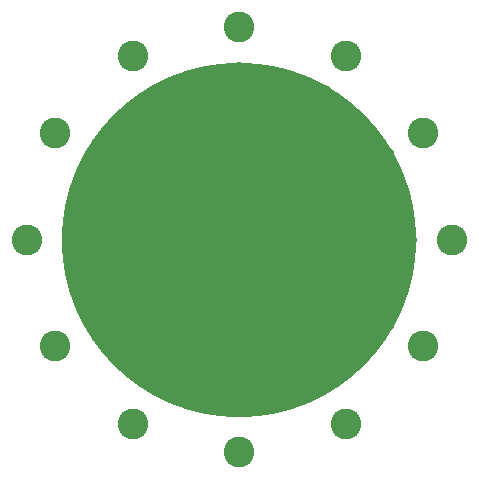
<source format=gbr>
G04 #@! TF.GenerationSoftware,KiCad,Pcbnew,(5.0-dev-4115-gdd04bcb)*
G04 #@! TF.CreationDate,2018-03-25T18:10:57-07:00*
G04 #@! TF.ProjectId,PCB-Condenser-Microphone-Backplate,5043422D436F6E64656E7365722D4D69,1*
G04 #@! TF.SameCoordinates,Original*
G04 #@! TF.FileFunction,Soldermask,Top*
G04 #@! TF.FilePolarity,Negative*
%FSLAX46Y46*%
G04 Gerber Fmt 4.6, Leading zero omitted, Abs format (unit mm)*
G04 Created by KiCad (PCBNEW (5.0-dev-4115-gdd04bcb)) date Sunday, March 25, 2018 at 06:10:57 PM*
%MOMM*%
%LPD*%
G01*
G04 APERTURE LIST*
%ADD10C,2.002000*%
%ADD11C,2.600000*%
%ADD12C,30.002000*%
G04 APERTURE END LIST*
D10*
X153000000Y-99500000D03*
X156500000Y-99500000D03*
X160000000Y-99500000D03*
X163500000Y-99500000D03*
D11*
X167500000Y-99500000D03*
X165088457Y-90500000D03*
X158500000Y-83911543D03*
X149500000Y-81500000D03*
X140500000Y-83911543D03*
X133911543Y-90500000D03*
X131500000Y-99500000D03*
X133911543Y-108500000D03*
X140500000Y-115088457D03*
X149500000Y-117500000D03*
X158500000Y-115088457D03*
X165088457Y-108500000D03*
D12*
X149500000Y-99500000D03*
D10*
X151250000Y-96468911D03*
X147750000Y-96468911D03*
X146000000Y-99500000D03*
X147750000Y-102531089D03*
X151250000Y-102531089D03*
X155562178Y-96000000D03*
X153000000Y-93437822D03*
X149500000Y-92500000D03*
X146000000Y-93437822D03*
X143437822Y-96000000D03*
X142500000Y-99500000D03*
X143437822Y-103000000D03*
X146000000Y-105562178D03*
X149500000Y-106500000D03*
X153000000Y-105562178D03*
X155562178Y-103000000D03*
X159366773Y-95908788D03*
X157543467Y-92750730D03*
X154750000Y-90406733D03*
X151323306Y-89159519D03*
X147676694Y-89159519D03*
X144250000Y-90406733D03*
X141456533Y-92750730D03*
X139633227Y-95908788D03*
X139000000Y-99500000D03*
X139633227Y-103091212D03*
X141456533Y-106249270D03*
X144250000Y-108593267D03*
X147676694Y-109840481D03*
X151323306Y-109840481D03*
X154750000Y-108593267D03*
X157543467Y-106249270D03*
X159366773Y-103091212D03*
X163022962Y-95876533D03*
X161624356Y-92500000D03*
X159399495Y-89600505D03*
X156500000Y-87375644D03*
X153123467Y-85977038D03*
X149500000Y-85500000D03*
X145876533Y-85977038D03*
X142500000Y-87375644D03*
X139600505Y-89600505D03*
X137375644Y-92500000D03*
X135977038Y-95876533D03*
X135500000Y-99500000D03*
X135977038Y-103123467D03*
X137375644Y-106500000D03*
X139600505Y-109399495D03*
X142500000Y-111624356D03*
X145876533Y-113022962D03*
X149500000Y-113500000D03*
X153123467Y-113022962D03*
X156500000Y-111624356D03*
X159399495Y-109399495D03*
X161624356Y-106500000D03*
X163022962Y-103123467D03*
M02*

</source>
